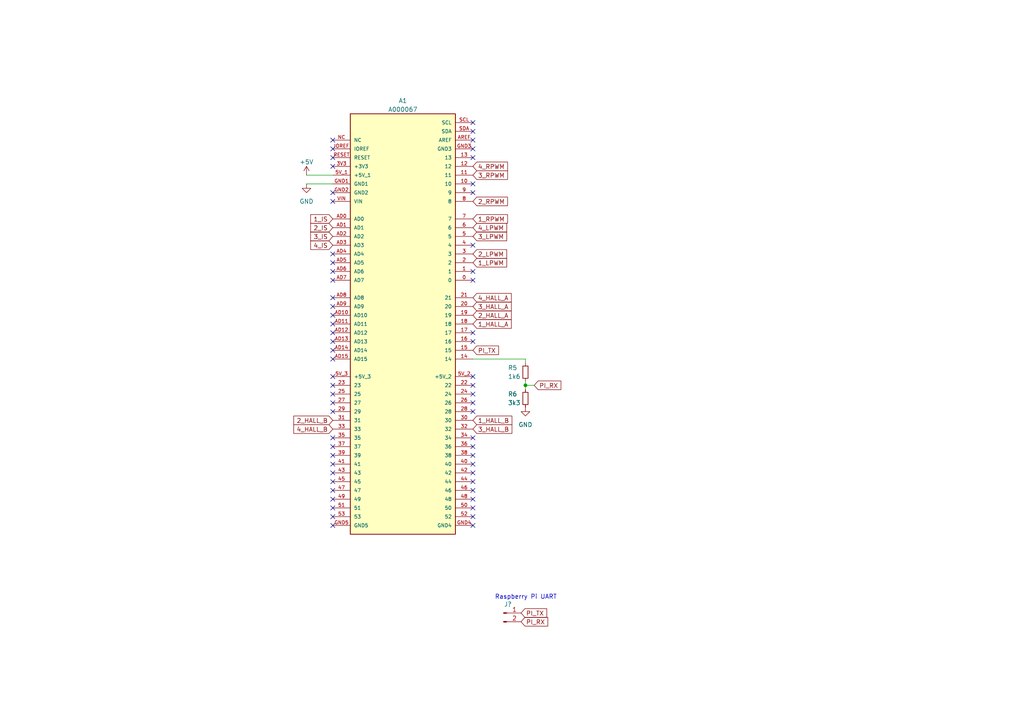
<source format=kicad_sch>
(kicad_sch (version 20230121) (generator eeschema)
  (paper "A4")
  (title_block (title "RBC by UGS") (date "2023-09-04") (rev "2.0"))
  (lib_symbols
    (symbol "A000067:A000067" (pin_names (offset 1.016))
      (property "Reference" "A" (at -15.24 61.595 0))
      (property "Value" "A000067" (at -15.24 -63.5 0))
      (symbol "A000067_0_0"
        (rectangle (start -15.24 -60.96) (end 15.24 60.96) (stroke (width 0.254)) (fill (type background)))
        (pin passive line (at 20.32 12.7 180) (length 5.08) (name "0") (number "0"))
        (pin passive line (at 20.32 15.24 180) (length 5.08) (name "1") (number "1"))
        (pin passive line (at 20.32 40.64 180) (length 5.08) (name "10") (number "10"))
        (pin passive line (at 20.32 43.18 180) (length 5.08) (name "11") (number "11"))
        (pin passive line (at 20.32 45.72 180) (length 5.08) (name "12") (number "12"))
        (pin passive line (at 20.32 48.26 180) (length 5.08) (name "13") (number "13"))
        (pin passive line (at 20.32 -10.16 180) (length 5.08) (name "14") (number "14"))
        (pin passive line (at 20.32 -7.62 180) (length 5.08) (name "15") (number "15"))
        (pin passive line (at 20.32 -5.08 180) (length 5.08) (name "16") (number "16"))
        (pin passive line (at 20.32 -2.54 180) (length 5.08) (name "17") (number "17"))
        (pin passive line (at 20.32 0 180) (length 5.08) (name "18") (number "18"))
        (pin passive line (at 20.32 2.54 180) (length 5.08) (name "19") (number "19"))
        (pin passive line (at 20.32 17.78 180) (length 5.08) (name "2") (number "2"))
        (pin passive line (at 20.32 5.08 180) (length 5.08) (name "20") (number "20"))
        (pin passive line (at 20.32 7.62 180) (length 5.08) (name "21") (number "21"))
        (pin passive line (at 20.32 -17.78 180) (length 5.08) (name "22") (number "22"))
        (pin passive line (at -20.32 -17.78 0) (length 5.08) (name "23") (number "23"))
        (pin passive line (at 20.32 -20.32 180) (length 5.08) (name "24") (number "24"))
        (pin passive line (at -20.32 -20.32 0) (length 5.08) (name "25") (number "25"))
        (pin passive line (at 20.32 -22.86 180) (length 5.08) (name "26") (number "26"))
        (pin passive line (at -20.32 -22.86 0) (length 5.08) (name "27") (number "27"))
        (pin passive line (at 20.32 -25.4 180) (length 5.08) (name "28") (number "28"))
        (pin passive line (at -20.32 -25.4 0) (length 5.08) (name "29") (number "29"))
        (pin passive line (at 20.32 20.32 180) (length 5.08) (name "3") (number "3"))
        (pin passive line (at 20.32 -27.94 180) (length 5.08) (name "30") (number "30"))
        (pin passive line (at -20.32 -27.94 0) (length 5.08) (name "31") (number "31"))
        (pin passive line (at 20.32 -30.48 180) (length 5.08) (name "32") (number "32"))
        (pin passive line (at -20.32 -30.48 0) (length 5.08) (name "33") (number "33"))
        (pin passive line (at 20.32 -33.02 180) (length 5.08) (name "34") (number "34"))
        (pin passive line (at -20.32 -33.02 0) (length 5.08) (name "35") (number "35"))
        (pin passive line (at 20.32 -35.56 180) (length 5.08) (name "36") (number "36"))
        (pin passive line (at -20.32 -35.56 0) (length 5.08) (name "37") (number "37"))
        (pin passive line (at 20.32 -38.1 180) (length 5.08) (name "38") (number "38"))
        (pin passive line (at -20.32 -38.1 0) (length 5.08) (name "39") (number "39"))
        (pin passive line (at -20.32 45.72 0) (length 5.08) (name "+3V3") (number "3V3"))
        (pin passive line (at 20.32 22.86 180) (length 5.08) (name "4") (number "4"))
        (pin passive line (at 20.32 -40.64 180) (length 5.08) (name "40") (number "40"))
        (pin passive line (at -20.32 -40.64 0) (length 5.08) (name "41") (number "41"))
        (pin passive line (at 20.32 -43.18 180) (length 5.08) (name "42") (number "42"))
        (pin passive line (at -20.32 -43.18 0) (length 5.08) (name "43") (number "43"))
        (pin passive line (at 20.32 -45.72 180) (length 5.08) (name "44") (number "44"))
        (pin passive line (at -20.32 -45.72 0) (length 5.08) (name "45") (number "45"))
        (pin passive line (at 20.32 -48.26 180) (length 5.08) (name "46") (number "46"))
        (pin passive line (at -20.32 -48.26 0) (length 5.08) (name "47") (number "47"))
        (pin passive line (at 20.32 -50.8 180) (length 5.08) (name "48") (number "48"))
        (pin passive line (at -20.32 -50.8 0) (length 5.08) (name "49") (number "49"))
        (pin passive line (at 20.32 25.4 180) (length 5.08) (name "5") (number "5"))
        (pin passive line (at 20.32 -53.34 180) (length 5.08) (name "50") (number "50"))
        (pin passive line (at -20.32 -53.34 0) (length 5.08) (name "51") (number "51"))
        (pin passive line (at 20.32 -55.88 180) (length 5.08) (name "52") (number "52"))
        (pin passive line (at -20.32 -55.88 0) (length 5.08) (name "53") (number "53"))
        (pin passive line (at -20.32 43.18 0) (length 5.08) (name "+5V_1") (number "5V_1"))
        (pin passive line (at 20.32 -15.24 180) (length 5.08) (name "+5V_2") (number "5V_2"))
        (pin passive line (at -20.32 -15.24 0) (length 5.08) (name "+5V_3") (number "5V_3"))
        (pin passive line (at 20.32 27.94 180) (length 5.08) (name "6") (number "6"))
        (pin passive line (at 20.32 30.48 180) (length 5.08) (name "7") (number "7"))
        (pin passive line (at 20.32 35.56 180) (length 5.08) (name "8") (number "8"))
        (pin passive line (at 20.32 38.1 180) (length 5.08) (name "9") (number "9"))
        (pin passive line (at -20.32 30.48 0) (length 5.08) (name "AD0") (number "AD0"))
        (pin passive line (at -20.32 27.94 0) (length 5.08) (name "AD1") (number "AD1"))
        (pin passive line (at -20.32 2.54 0) (length 5.08) (name "AD10") (number "AD10"))
        (pin passive line (at -20.32 0 0) (length 5.08) (name "AD11") (number "AD11"))
        (pin passive line (at -20.32 -2.54 0) (length 5.08) (name "AD12") (number "AD12"))
        (pin passive line (at -20.32 -5.08 0) (length 5.08) (name "AD13") (number "AD13"))
        (pin passive line (at -20.32 -7.62 0) (length 5.08) (name "AD14") (number "AD14"))
        (pin passive line (at -20.32 -10.16 0) (length 5.08) (name "AD15") (number "AD15"))
        (pin passive line (at -20.32 25.4 0) (length 5.08) (name "AD2") (number "AD2"))
        (pin passive line (at -20.32 22.86 0) (length 5.08) (name "AD3") (number "AD3"))
        (pin passive line (at -20.32 20.32 0) (length 5.08) (name "AD4") (number "AD4"))
        (pin passive line (at -20.32 17.78 0) (length 5.08) (name "AD5") (number "AD5"))
        (pin passive line (at -20.32 15.24 0) (length 5.08) (name "AD6") (number "AD6"))
        (pin passive line (at -20.32 12.7 0) (length 5.08) (name "AD7") (number "AD7"))
        (pin passive line (at -20.32 7.62 0) (length 5.08) (name "AD8") (number "AD8"))
        (pin passive line (at -20.32 5.08 0) (length 5.08) (name "AD9") (number "AD9"))
        (pin passive line (at 20.32 53.34 180) (length 5.08) (name "AREF") (number "AREF"))
        (pin passive line (at -20.32 40.64 0) (length 5.08) (name "GND1") (number "GND1"))
        (pin passive line (at -20.32 38.1 0) (length 5.08) (name "GND2") (number "GND2"))
        (pin passive line (at 20.32 50.8 180) (length 5.08) (name "GND3") (number "GND3"))
        (pin passive line (at 20.32 -58.42 180) (length 5.08) (name "GND4") (number "GND4"))
        (pin passive line (at -20.32 -58.42 0) (length 5.08) (name "GND5") (number "GND5"))
        (pin passive line (at -20.32 50.8 0) (length 5.08) (name "IOREF") (number "IOREF"))
        (pin passive line (at -20.32 53.34 0) (length 5.08) (name "NC") (number "NC"))
        (pin passive line (at -20.32 48.26 0) (length 5.08) (name "RESET") (number "RESET"))
        (pin passive line (at 20.32 58.42 180) (length 5.08) (name "SCL") (number "SCL"))
        (pin passive line (at 20.32 55.88 180) (length 5.08) (name "SDA") (number "SDA"))
        (pin passive line (at -20.32 35.56 0) (length 5.08) (name "VIN") (number "VIN"))
      )
    )
    (symbol "Connector:Conn_01x02_Pin" (pin_names (offset 1.016) hide)
      (property "Reference" "J" (at 0 2.54 0))
      (property "Value" "Conn_01x02_Pin" (at 0 -5.08 0))
      (symbol "Conn_01x02_Pin_1_1"
        (polyline (pts (xy 1.27 -2.54) (xy 0.8636 -2.54)) (stroke (width 0.1524)))
        (polyline (pts (xy 1.27 0) (xy 0.8636 0)) (stroke (width 0.1524)))
        (rectangle (start 0.8636 -2.413) (end 0 -2.667) (stroke (width 0.1524)) (fill (type outline)))
        (rectangle (start 0.8636 0.127) (end 0 -0.127) (stroke (width 0.1524)) (fill (type outline)))
        (pin passive line (at 5.08 0 180) (length 3.81) (name "Pin_1") (number "1"))
        (pin passive line (at 5.08 -2.54 180) (length 3.81) (name "Pin_2") (number "2"))
      )
    )
    (symbol "Device:R_Small" (pin_numbers hide) (pin_names (offset 0.254) hide)
      (property "Reference" "R" (at 0.762 0.508 0))
      (property "Value" "R_Small" (at 0.762 -1.016 0))
      (symbol "R_Small_0_1"
        (rectangle (start -0.762 1.778) (end 0.762 -1.778) (stroke (width 0.2032)))
      )
      (symbol "R_Small_1_1"
        (pin passive line (at 0 2.54 270) (length 0.762) (name "~") (number "1"))
        (pin passive line (at 0 -2.54 90) (length 0.762) (name "~") (number "2"))
      )
    )
    (symbol "power:+5V" (power) (pin_names (offset 0))
      (property "Value" "+5V" (at 0 3.556 0))
      (symbol "+5V_0_1"
        (polyline (pts (xy -0.762 1.27) (xy 0 2.54)))
        (polyline (pts (xy 0 0) (xy 0 2.54)))
        (polyline (pts (xy 0 2.54) (xy 0.762 1.27)))
      )
      (symbol "+5V_1_1"
        (pin power_in line (at 0 0 90) (length 0) hide (name "+5V") (number "1"))
      )
    )
    (symbol "power:GND" (power) (pin_names (offset 0))
      (property "Value" "GND" (at 0 -3.81 0))
      (symbol "GND_0_1"
        (polyline (pts (xy 0 0) (xy 0 -1.27) (xy 1.27 -1.27) (xy 0 -2.54) (xy -1.27 -1.27) (xy 0 -1.27)))
      )
      (symbol "GND_1_1"
        (pin power_in line (at 0 0 270) (length 0) hide (name "GND") (number "1"))
      )
    )
  )
  (junction (at 152.4 111.76))
  (no_connect (at 137.16 147.32))
  (no_connect (at 96.52 86.36))
  (no_connect (at 96.52 76.2))
  (no_connect (at 96.52 127))
  (no_connect (at 137.16 96.52))
  (no_connect (at 137.16 119.38))
  (no_connect (at 137.16 132.08))
  (no_connect (at 96.52 129.54))
  (no_connect (at 96.52 116.84))
  (no_connect (at 137.16 116.84))
  (no_connect (at 137.16 53.34))
  (no_connect (at 96.52 43.18))
  (no_connect (at 96.52 55.88))
  (no_connect (at 96.52 114.3))
  (no_connect (at 96.52 99.06))
  (no_connect (at 96.52 73.66))
  (no_connect (at 96.52 142.24))
  (no_connect (at 96.52 45.72))
  (no_connect (at 96.52 58.42))
  (no_connect (at 96.52 101.6))
  (no_connect (at 96.52 93.98))
  (no_connect (at 137.16 45.72))
  (no_connect (at 96.52 111.76))
  (no_connect (at 96.52 139.7))
  (no_connect (at 137.16 99.06))
  (no_connect (at 96.52 147.32))
  (no_connect (at 137.16 81.28))
  (no_connect (at 96.52 81.28))
  (no_connect (at 137.16 127))
  (no_connect (at 137.16 71.12))
  (no_connect (at 137.16 137.16))
  (no_connect (at 96.52 88.9))
  (no_connect (at 137.16 144.78))
  (no_connect (at 96.52 40.64))
  (no_connect (at 137.16 78.74))
  (no_connect (at 137.16 142.24))
  (no_connect (at 137.16 152.4))
  (no_connect (at 96.52 132.08))
  (no_connect (at 137.16 35.56))
  (no_connect (at 137.16 114.3))
  (no_connect (at 96.52 149.86))
  (no_connect (at 96.52 119.38))
  (no_connect (at 96.52 134.62))
  (no_connect (at 96.52 96.52))
  (no_connect (at 137.16 111.76))
  (no_connect (at 96.52 144.78))
  (no_connect (at 137.16 109.22))
  (no_connect (at 96.52 104.14))
  (no_connect (at 96.52 48.26))
  (no_connect (at 137.16 40.64))
  (no_connect (at 96.52 109.22))
  (no_connect (at 137.16 139.7))
  (no_connect (at 137.16 129.54))
  (no_connect (at 137.16 55.88))
  (no_connect (at 96.52 152.4))
  (no_connect (at 137.16 134.62))
  (no_connect (at 96.52 78.74))
  (no_connect (at 137.16 43.18))
  (no_connect (at 96.52 91.44))
  (no_connect (at 137.16 38.1))
  (no_connect (at 96.52 137.16))
  (no_connect (at 137.16 149.86))
  (wire (pts (xy 88.9 50.8) (xy 96.52 50.8)))
  (wire (pts (xy 137.16 104.14) (xy 152.4 104.14)))
  (wire (pts (xy 152.4 111.76) (xy 152.4 113.03)))
  (wire (pts (xy 152.4 111.76) (xy 154.94 111.76)))
  (wire (pts (xy 152.4 104.14) (xy 152.4 105.41)))
  (wire (pts (xy 152.4 110.49) (xy 152.4 111.76)))
  (wire (pts (xy 88.9 53.34) (xy 96.52 53.34)))
  (text "Raspberry Pi UART" (at 143.51 173.99 0) (effects (font (size 1.27 1.27)) (justify left bottom)))
  (global_label "4_LPWM" (shape input) (at 137.16 66.04 0) (property "Intersheetrefs" "${INTERSHEET_REFS}" (effects hide)))
  (global_label "3_LPWM" (shape input) (at 137.16 68.58 0) (property "Intersheetrefs" "${INTERSHEET_REFS}" (effects hide)))
  (global_label "PI_RX" (shape input) (at 154.94 111.76 0) (property "Intersheetrefs" "${INTERSHEET_REFS}" (effects hide)))
  (global_label "2_IS" (shape input) (at 96.52 66.04 180) (property "Intersheetrefs" "${INTERSHEET_REFS}" (effects hide)))
  (global_label "1_RPWM" (shape input) (at 137.16 63.5 0) (property "Intersheetrefs" "${INTERSHEET_REFS}" (effects hide)))
  (global_label "1_LPWM" (shape input) (at 137.16 76.2 0) (property "Intersheetrefs" "${INTERSHEET_REFS}" (effects hide)))
  (global_label "PI_TX" (shape input) (at 137.16 101.6 0) (property "Intersheetrefs" "${INTERSHEET_REFS}" (effects hide)))
  (global_label "1_HALL_B" (shape input) (at 137.16 121.92 0) (property "Intersheetrefs" "${INTERSHEET_REFS}" (effects hide)))
  (global_label "2_LPWM" (shape input) (at 137.16 73.66 0) (property "Intersheetrefs" "${INTERSHEET_REFS}" (effects hide)))
  (global_label "3_IS" (shape input) (at 96.52 68.58 180) (property "Intersheetrefs" "${INTERSHEET_REFS}" (effects hide)))
  (global_label "4_HALL_B" (shape input) (at 96.52 124.46 180) (property "Intersheetrefs" "${INTERSHEET_REFS}" (effects hide)))
  (global_label "4_HALL_A" (shape input) (at 137.16 86.36 0) (property "Intersheetrefs" "${INTERSHEET_REFS}" (effects hide)))
  (global_label "1_IS" (shape input) (at 96.52 63.5 180) (property "Intersheetrefs" "${INTERSHEET_REFS}" (effects hide)))
  (global_label "2_HALL_A" (shape input) (at 137.16 91.44 0) (property "Intersheetrefs" "${INTERSHEET_REFS}" (effects hide)))
  (global_label "3_RPWM" (shape input) (at 137.16 50.8 0) (property "Intersheetrefs" "${INTERSHEET_REFS}" (effects hide)))
  (global_label "2_HALL_B" (shape input) (at 96.52 121.92 180) (property "Intersheetrefs" "${INTERSHEET_REFS}" (effects hide)))
  (global_label "4_RPWM" (shape input) (at 137.16 48.26 0) (property "Intersheetrefs" "${INTERSHEET_REFS}" (effects hide)))
  (global_label "4_IS" (shape input) (at 96.52 71.12 180) (property "Intersheetrefs" "${INTERSHEET_REFS}" (effects hide)))
  (global_label "3_HALL_B" (shape input) (at 137.16 124.46 0) (property "Intersheetrefs" "${INTERSHEET_REFS}" (effects hide)))
  (global_label "PI_TX" (shape input) (at 151.13 177.8 0) (property "Intersheetrefs" "${INTERSHEET_REFS}" (effects hide)))
  (global_label "1_HALL_A" (shape input) (at 137.16 93.98 0) (property "Intersheetrefs" "${INTERSHEET_REFS}" (effects hide)))
  (global_label "2_RPWM" (shape input) (at 137.16 58.42 0) (property "Intersheetrefs" "${INTERSHEET_REFS}" (effects hide)))
  (global_label "3_HALL_A" (shape input) (at 137.16 88.9 0) (property "Intersheetrefs" "${INTERSHEET_REFS}" (effects hide)))
  (global_label "PI_RX" (shape input) (at 151.13 180.34 0) (property "Intersheetrefs" "${INTERSHEET_REFS}" (effects hide)))
  (symbol (lib_id "A000067:A000067") (at 116.84 93.98 0) (unit 1)
    (property "Reference" "A1" (at 116.84 29.21 0))
    (property "Value" "A000067" (at 116.84 31.75 0))
    (property "Footprint" "A000067:ARDUINO_A000067" (effects hide))
    (property "MF" "Arduino" (effects hide))
    (property "DESCRIPTION" "Dev.kit: Arduino; SPI, TWI, UART; ICSP, USB B, pin strips, supply" (effects hide))
    (property "PACKAGE" "None" (effects hide))
    (property "PRICE" "None" (effects hide))
    (property "MP" "ARDUINO MEGA2560 REV3 - RETAIL" (effects hide))
    (property "AVAILABILITY" "Unavailable" (effects hide))
  )
  (symbol (lib_id "power:GND") (at 88.9 53.34 0) (unit 1)
    (property "Reference" "#PWR012" (effects hide))
    (property "Value" "GND" (at 88.9 58.42 0))
  )
  (symbol (lib_id "Connector:Conn_01x02_Pin") (at 146.05 177.8 0) (unit 1)
    (property "Reference" "J?" (at 147.32 175.26 0))
    (property "Value" "Conn_01x02_Pin" (effects hide))
    (property "Footprint" "Connector_PinHeader_2.54mm:PinHeader_1x02_P2.54mm_Vertical" (effects hide))
    (instances (project "rbc_circuits" (path "" (reference "J?") (unit 1)) (path "" (reference "J3") (unit 1))))
  )
  (symbol (lib_id "power:GND") (at 152.4 118.11 0) (unit 1)
    (property "Reference" "#PWR013" (effects hide))
    (property "Value" "GND" (at 152.4 123.19 0))
  )
  (symbol (lib_id "Device:R_Small") (at 152.4 107.95 0) (unit 1)
    (property "Reference" "R5" (at 147.32 106.68 0) (effects (justify left)))
    (property "Value" "1k6" (at 147.32 109.22 0) (effects (justify left)))
    (property "Footprint" "Resistor_SMD:R_0805_2012Metric_Pad1.20x1.40mm_HandSolder" (effects hide))
  )
  (symbol (lib_id "power:+5V") (at 88.9 50.8 0) (unit 1)
    (property "Reference" "#PWR011" (effects hide))
    (property "Value" "+5V" (at 88.9 46.99 0))
  )
  (symbol (lib_id "Device:R_Small") (at 152.4 115.57 0) (unit 1)
    (property "Reference" "R6" (at 147.32 114.3 0) (effects (justify left)))
    (property "Value" "3k3" (at 147.32 116.84 0) (effects (justify left)))
    (property "Footprint" "Resistor_SMD:R_1206_3216Metric_Pad1.30x1.75mm_HandSolder" (effects hide))
  )
)
</source>
